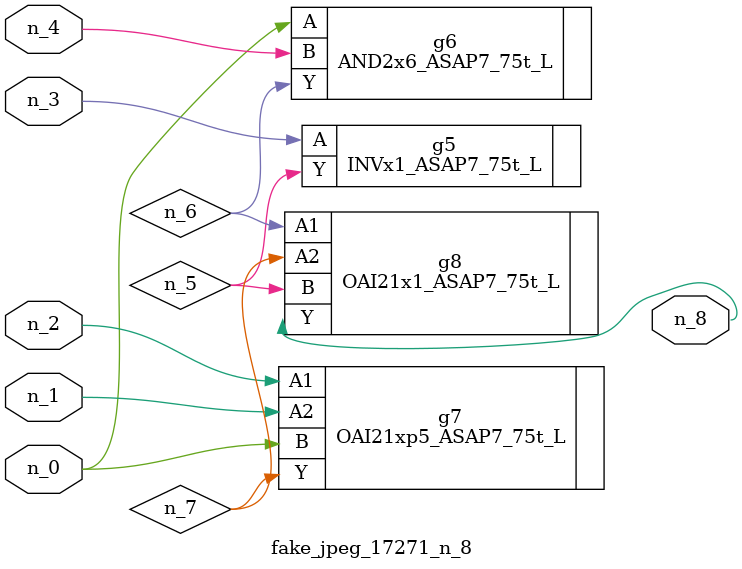
<source format=v>
module fake_jpeg_17271_n_8 (n_3, n_2, n_1, n_0, n_4, n_8);

input n_3;
input n_2;
input n_1;
input n_0;
input n_4;

output n_8;

wire n_6;
wire n_5;
wire n_7;

INVx1_ASAP7_75t_L g5 ( 
.A(n_3),
.Y(n_5)
);

AND2x6_ASAP7_75t_L g6 ( 
.A(n_0),
.B(n_4),
.Y(n_6)
);

OAI21xp5_ASAP7_75t_L g7 ( 
.A1(n_2),
.A2(n_1),
.B(n_0),
.Y(n_7)
);

OAI21x1_ASAP7_75t_L g8 ( 
.A1(n_6),
.A2(n_7),
.B(n_5),
.Y(n_8)
);


endmodule
</source>
